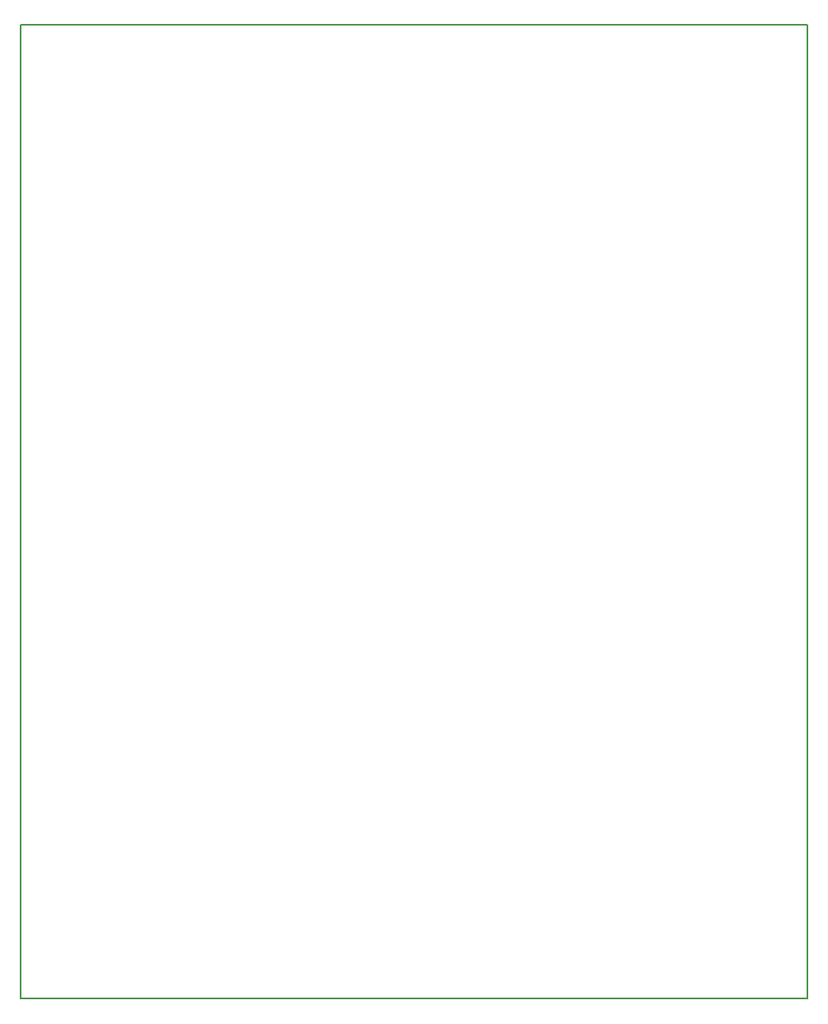
<source format=gbr>
%TF.GenerationSoftware,KiCad,Pcbnew,(5.1.6-0)*%
%TF.CreationDate,2020-12-21T20:53:18-08:00*%
%TF.ProjectId,circuit_board,63697263-7569-4745-9f62-6f6172642e6b,rev?*%
%TF.SameCoordinates,Original*%
%TF.FileFunction,Profile,NP*%
%FSLAX46Y46*%
G04 Gerber Fmt 4.6, Leading zero omitted, Abs format (unit mm)*
G04 Created by KiCad (PCBNEW (5.1.6-0)) date 2020-12-21 20:53:18*
%MOMM*%
%LPD*%
G01*
G04 APERTURE LIST*
%TA.AperFunction,Profile*%
%ADD10C,0.200000*%
%TD*%
G04 APERTURE END LIST*
D10*
X196816649Y-34906974D02*
X196816649Y-134810752D01*
X116018958Y-134810752D02*
X116018958Y-34906974D01*
X196816649Y-134810752D02*
X116018958Y-134810752D01*
X116018958Y-34906974D02*
X196816649Y-34906974D01*
M02*

</source>
